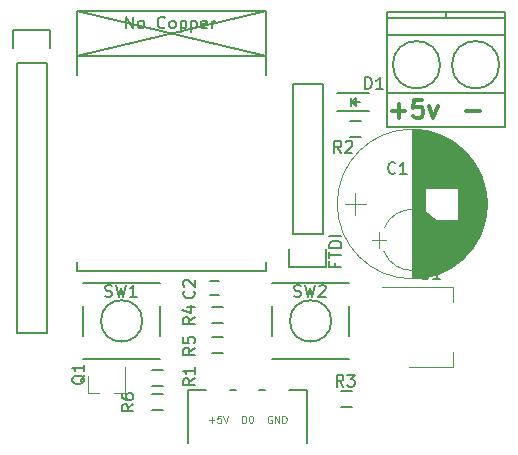
<source format=gto>
G04 #@! TF.FileFunction,Legend,Top*
%FSLAX46Y46*%
G04 Gerber Fmt 4.6, Leading zero omitted, Abs format (unit mm)*
G04 Created by KiCad (PCBNEW 4.0.7) date Tuesday, December 26, 2017 'AMt' 07:42:27 AM*
%MOMM*%
%LPD*%
G01*
G04 APERTURE LIST*
%ADD10C,0.100000*%
%ADD11C,0.300000*%
%ADD12C,0.120000*%
%ADD13C,0.150000*%
%ADD14C,0.152400*%
G04 APERTURE END LIST*
D10*
D11*
X42428572Y-9107143D02*
X43571429Y-9107143D01*
X36142858Y-9107143D02*
X37285715Y-9107143D01*
X36714286Y-9678571D02*
X36714286Y-8535714D01*
X38714287Y-8178571D02*
X38000001Y-8178571D01*
X37928572Y-8892857D01*
X38000001Y-8821429D01*
X38142858Y-8750000D01*
X38500001Y-8750000D01*
X38642858Y-8821429D01*
X38714287Y-8892857D01*
X38785715Y-9035714D01*
X38785715Y-9392857D01*
X38714287Y-9535714D01*
X38642858Y-9607143D01*
X38500001Y-9678571D01*
X38142858Y-9678571D01*
X38000001Y-9607143D01*
X37928572Y-9535714D01*
X39285715Y-8678571D02*
X39642858Y-9678571D01*
X40000000Y-8678571D01*
D12*
X44184000Y-16988000D02*
G75*
G03X44184000Y-16988000I-6340000J0D01*
G01*
X37844000Y-10688000D02*
X37844000Y-23288000D01*
X37884000Y-10688000D02*
X37884000Y-23288000D01*
X37924000Y-10688000D02*
X37924000Y-23288000D01*
X37964000Y-10689000D02*
X37964000Y-23287000D01*
X38004000Y-10690000D02*
X38004000Y-23286000D01*
X38044000Y-10691000D02*
X38044000Y-23285000D01*
X38084000Y-10692000D02*
X38084000Y-23284000D01*
X38124000Y-10694000D02*
X38124000Y-23282000D01*
X38164000Y-10696000D02*
X38164000Y-23280000D01*
X38204000Y-10698000D02*
X38204000Y-23278000D01*
X38244000Y-10700000D02*
X38244000Y-23276000D01*
X38284000Y-10703000D02*
X38284000Y-23273000D01*
X38324000Y-10706000D02*
X38324000Y-23270000D01*
X38364000Y-10709000D02*
X38364000Y-23267000D01*
X38404000Y-10712000D02*
X38404000Y-23264000D01*
X38444000Y-10716000D02*
X38444000Y-23260000D01*
X38484000Y-10720000D02*
X38484000Y-23256000D01*
X38524000Y-10724000D02*
X38524000Y-23252000D01*
X38565000Y-10729000D02*
X38565000Y-23247000D01*
X38605000Y-10733000D02*
X38605000Y-23243000D01*
X38645000Y-10738000D02*
X38645000Y-23238000D01*
X38685000Y-10743000D02*
X38685000Y-23233000D01*
X38725000Y-10749000D02*
X38725000Y-23227000D01*
X38765000Y-10755000D02*
X38765000Y-23221000D01*
X38805000Y-10761000D02*
X38805000Y-23215000D01*
X38845000Y-10767000D02*
X38845000Y-23209000D01*
X38885000Y-10773000D02*
X38885000Y-23203000D01*
X38925000Y-10780000D02*
X38925000Y-23196000D01*
X38965000Y-10787000D02*
X38965000Y-15608000D01*
X38965000Y-18368000D02*
X38965000Y-23189000D01*
X39005000Y-10795000D02*
X39005000Y-15608000D01*
X39005000Y-18368000D02*
X39005000Y-23181000D01*
X39045000Y-10802000D02*
X39045000Y-15608000D01*
X39045000Y-18368000D02*
X39045000Y-23174000D01*
X39085000Y-10810000D02*
X39085000Y-15608000D01*
X39085000Y-18368000D02*
X39085000Y-23166000D01*
X39125000Y-10818000D02*
X39125000Y-15608000D01*
X39125000Y-18368000D02*
X39125000Y-23158000D01*
X39165000Y-10826000D02*
X39165000Y-15608000D01*
X39165000Y-18368000D02*
X39165000Y-23150000D01*
X39205000Y-10835000D02*
X39205000Y-15608000D01*
X39205000Y-18368000D02*
X39205000Y-23141000D01*
X39245000Y-10844000D02*
X39245000Y-15608000D01*
X39245000Y-18368000D02*
X39245000Y-23132000D01*
X39285000Y-10853000D02*
X39285000Y-15608000D01*
X39285000Y-18368000D02*
X39285000Y-23123000D01*
X39325000Y-10863000D02*
X39325000Y-15608000D01*
X39325000Y-18368000D02*
X39325000Y-23113000D01*
X39365000Y-10872000D02*
X39365000Y-15608000D01*
X39365000Y-18368000D02*
X39365000Y-23104000D01*
X39405000Y-10882000D02*
X39405000Y-15608000D01*
X39405000Y-18368000D02*
X39405000Y-23094000D01*
X39445000Y-10893000D02*
X39445000Y-15608000D01*
X39445000Y-18368000D02*
X39445000Y-23083000D01*
X39485000Y-10903000D02*
X39485000Y-15608000D01*
X39485000Y-18368000D02*
X39485000Y-23073000D01*
X39525000Y-10914000D02*
X39525000Y-15608000D01*
X39525000Y-18368000D02*
X39525000Y-23062000D01*
X39565000Y-10925000D02*
X39565000Y-15608000D01*
X39565000Y-18368000D02*
X39565000Y-23051000D01*
X39605000Y-10937000D02*
X39605000Y-15608000D01*
X39605000Y-18368000D02*
X39605000Y-23039000D01*
X39645000Y-10948000D02*
X39645000Y-15608000D01*
X39645000Y-18368000D02*
X39645000Y-23028000D01*
X39685000Y-10960000D02*
X39685000Y-15608000D01*
X39685000Y-18368000D02*
X39685000Y-23016000D01*
X39725000Y-10973000D02*
X39725000Y-15608000D01*
X39725000Y-18368000D02*
X39725000Y-23003000D01*
X39765000Y-10985000D02*
X39765000Y-15608000D01*
X39765000Y-18368000D02*
X39765000Y-22991000D01*
X39805000Y-10998000D02*
X39805000Y-15608000D01*
X39805000Y-18368000D02*
X39805000Y-22978000D01*
X39845000Y-11011000D02*
X39845000Y-15608000D01*
X39845000Y-18368000D02*
X39845000Y-22965000D01*
X39885000Y-11025000D02*
X39885000Y-15608000D01*
X39885000Y-18368000D02*
X39885000Y-22951000D01*
X39925000Y-11038000D02*
X39925000Y-15608000D01*
X39925000Y-18368000D02*
X39925000Y-22938000D01*
X39965000Y-11052000D02*
X39965000Y-15608000D01*
X39965000Y-18368000D02*
X39965000Y-22924000D01*
X40005000Y-11067000D02*
X40005000Y-15608000D01*
X40005000Y-18368000D02*
X40005000Y-22909000D01*
X40045000Y-11081000D02*
X40045000Y-15608000D01*
X40045000Y-18368000D02*
X40045000Y-22895000D01*
X40085000Y-11096000D02*
X40085000Y-15608000D01*
X40085000Y-18368000D02*
X40085000Y-22880000D01*
X40125000Y-11112000D02*
X40125000Y-15608000D01*
X40125000Y-18368000D02*
X40125000Y-22864000D01*
X40165000Y-11127000D02*
X40165000Y-15608000D01*
X40165000Y-18368000D02*
X40165000Y-22849000D01*
X40205000Y-11143000D02*
X40205000Y-15608000D01*
X40205000Y-18368000D02*
X40205000Y-22833000D01*
X40245000Y-11159000D02*
X40245000Y-15608000D01*
X40245000Y-18368000D02*
X40245000Y-22817000D01*
X40285000Y-11176000D02*
X40285000Y-15608000D01*
X40285000Y-18368000D02*
X40285000Y-22800000D01*
X40325000Y-11193000D02*
X40325000Y-15608000D01*
X40325000Y-18368000D02*
X40325000Y-22783000D01*
X40365000Y-11210000D02*
X40365000Y-15608000D01*
X40365000Y-18368000D02*
X40365000Y-22766000D01*
X40405000Y-11227000D02*
X40405000Y-15608000D01*
X40405000Y-18368000D02*
X40405000Y-22749000D01*
X40445000Y-11245000D02*
X40445000Y-15608000D01*
X40445000Y-18368000D02*
X40445000Y-22731000D01*
X40485000Y-11263000D02*
X40485000Y-15608000D01*
X40485000Y-18368000D02*
X40485000Y-22713000D01*
X40525000Y-11282000D02*
X40525000Y-15608000D01*
X40525000Y-18368000D02*
X40525000Y-22694000D01*
X40565000Y-11301000D02*
X40565000Y-15608000D01*
X40565000Y-18368000D02*
X40565000Y-22675000D01*
X40605000Y-11320000D02*
X40605000Y-15608000D01*
X40605000Y-18368000D02*
X40605000Y-22656000D01*
X40645000Y-11339000D02*
X40645000Y-15608000D01*
X40645000Y-18368000D02*
X40645000Y-22637000D01*
X40685000Y-11359000D02*
X40685000Y-15608000D01*
X40685000Y-18368000D02*
X40685000Y-22617000D01*
X40725000Y-11379000D02*
X40725000Y-15608000D01*
X40725000Y-18368000D02*
X40725000Y-22597000D01*
X40765000Y-11400000D02*
X40765000Y-15608000D01*
X40765000Y-18368000D02*
X40765000Y-22576000D01*
X40805000Y-11421000D02*
X40805000Y-15608000D01*
X40805000Y-18368000D02*
X40805000Y-22555000D01*
X40845000Y-11442000D02*
X40845000Y-15608000D01*
X40845000Y-18368000D02*
X40845000Y-22534000D01*
X40885000Y-11464000D02*
X40885000Y-15608000D01*
X40885000Y-18368000D02*
X40885000Y-22512000D01*
X40925000Y-11486000D02*
X40925000Y-15608000D01*
X40925000Y-18368000D02*
X40925000Y-22490000D01*
X40965000Y-11508000D02*
X40965000Y-15608000D01*
X40965000Y-18368000D02*
X40965000Y-22468000D01*
X41005000Y-11531000D02*
X41005000Y-15608000D01*
X41005000Y-18368000D02*
X41005000Y-22445000D01*
X41045000Y-11554000D02*
X41045000Y-15608000D01*
X41045000Y-18368000D02*
X41045000Y-22422000D01*
X41085000Y-11578000D02*
X41085000Y-15608000D01*
X41085000Y-18368000D02*
X41085000Y-22398000D01*
X41125000Y-11602000D02*
X41125000Y-15608000D01*
X41125000Y-18368000D02*
X41125000Y-22374000D01*
X41165000Y-11626000D02*
X41165000Y-15608000D01*
X41165000Y-18368000D02*
X41165000Y-22350000D01*
X41205000Y-11651000D02*
X41205000Y-15608000D01*
X41205000Y-18368000D02*
X41205000Y-22325000D01*
X41245000Y-11676000D02*
X41245000Y-15608000D01*
X41245000Y-18368000D02*
X41245000Y-22300000D01*
X41285000Y-11702000D02*
X41285000Y-15608000D01*
X41285000Y-18368000D02*
X41285000Y-22274000D01*
X41325000Y-11728000D02*
X41325000Y-15608000D01*
X41325000Y-18368000D02*
X41325000Y-22248000D01*
X41365000Y-11754000D02*
X41365000Y-15608000D01*
X41365000Y-18368000D02*
X41365000Y-22222000D01*
X41405000Y-11781000D02*
X41405000Y-15608000D01*
X41405000Y-18368000D02*
X41405000Y-22195000D01*
X41445000Y-11809000D02*
X41445000Y-15608000D01*
X41445000Y-18368000D02*
X41445000Y-22167000D01*
X41485000Y-11837000D02*
X41485000Y-15608000D01*
X41485000Y-18368000D02*
X41485000Y-22139000D01*
X41525000Y-11865000D02*
X41525000Y-15608000D01*
X41525000Y-18368000D02*
X41525000Y-22111000D01*
X41565000Y-11894000D02*
X41565000Y-15608000D01*
X41565000Y-18368000D02*
X41565000Y-22082000D01*
X41605000Y-11923000D02*
X41605000Y-15608000D01*
X41605000Y-18368000D02*
X41605000Y-22053000D01*
X41645000Y-11953000D02*
X41645000Y-15608000D01*
X41645000Y-18368000D02*
X41645000Y-22023000D01*
X41685000Y-11983000D02*
X41685000Y-15608000D01*
X41685000Y-18368000D02*
X41685000Y-21993000D01*
X41725000Y-12013000D02*
X41725000Y-21963000D01*
X41765000Y-12045000D02*
X41765000Y-21931000D01*
X41805000Y-12076000D02*
X41805000Y-21900000D01*
X41845000Y-12109000D02*
X41845000Y-21867000D01*
X41885000Y-12141000D02*
X41885000Y-21835000D01*
X41925000Y-12175000D02*
X41925000Y-21801000D01*
X41965000Y-12209000D02*
X41965000Y-21767000D01*
X42005000Y-12243000D02*
X42005000Y-21733000D01*
X42045000Y-12278000D02*
X42045000Y-21698000D01*
X42085000Y-12314000D02*
X42085000Y-21662000D01*
X42125000Y-12350000D02*
X42125000Y-21626000D01*
X42165000Y-12387000D02*
X42165000Y-21589000D01*
X42205000Y-12425000D02*
X42205000Y-21551000D01*
X42245000Y-12463000D02*
X42245000Y-21513000D01*
X42285000Y-12502000D02*
X42285000Y-21474000D01*
X42325000Y-12541000D02*
X42325000Y-21435000D01*
X42365000Y-12582000D02*
X42365000Y-21394000D01*
X42405000Y-12623000D02*
X42405000Y-21353000D01*
X42445000Y-12665000D02*
X42445000Y-21311000D01*
X42485000Y-12707000D02*
X42485000Y-21269000D01*
X42525000Y-12750000D02*
X42525000Y-21226000D01*
X42565000Y-12795000D02*
X42565000Y-21181000D01*
X42605000Y-12840000D02*
X42605000Y-21136000D01*
X42645000Y-12886000D02*
X42645000Y-21090000D01*
X42685000Y-12932000D02*
X42685000Y-21044000D01*
X42725000Y-12980000D02*
X42725000Y-20996000D01*
X42765000Y-13029000D02*
X42765000Y-20947000D01*
X42805000Y-13079000D02*
X42805000Y-20897000D01*
X42845000Y-13129000D02*
X42845000Y-20847000D01*
X42885000Y-13181000D02*
X42885000Y-20795000D01*
X42925000Y-13234000D02*
X42925000Y-20742000D01*
X42965000Y-13288000D02*
X42965000Y-20688000D01*
X43005000Y-13344000D02*
X43005000Y-20632000D01*
X43045000Y-13400000D02*
X43045000Y-20576000D01*
X43085000Y-13458000D02*
X43085000Y-20518000D01*
X43125000Y-13518000D02*
X43125000Y-20458000D01*
X43165000Y-13579000D02*
X43165000Y-20397000D01*
X43205000Y-13641000D02*
X43205000Y-20335000D01*
X43245000Y-13706000D02*
X43245000Y-20270000D01*
X43285000Y-13771000D02*
X43285000Y-20205000D01*
X43325000Y-13839000D02*
X43325000Y-20137000D01*
X43365000Y-13909000D02*
X43365000Y-20067000D01*
X43405000Y-13981000D02*
X43405000Y-19995000D01*
X43445000Y-14055000D02*
X43445000Y-19921000D01*
X43485000Y-14132000D02*
X43485000Y-19844000D01*
X43525000Y-14211000D02*
X43525000Y-19765000D01*
X43565000Y-14293000D02*
X43565000Y-19683000D01*
X43605000Y-14378000D02*
X43605000Y-19598000D01*
X43645000Y-14467000D02*
X43645000Y-19509000D01*
X43685000Y-14560000D02*
X43685000Y-19416000D01*
X43725000Y-14657000D02*
X43725000Y-19319000D01*
X43765000Y-14758000D02*
X43765000Y-19218000D01*
X43805000Y-14866000D02*
X43805000Y-19110000D01*
X43845000Y-14979000D02*
X43845000Y-18997000D01*
X43885000Y-15100000D02*
X43885000Y-18876000D01*
X43925000Y-15231000D02*
X43925000Y-18745000D01*
X43965000Y-15372000D02*
X43965000Y-18604000D01*
X44005000Y-15528000D02*
X44005000Y-18448000D01*
X44045000Y-15703000D02*
X44045000Y-18273000D01*
X44085000Y-15906000D02*
X44085000Y-18070000D01*
X44125000Y-16157000D02*
X44125000Y-17819000D01*
X44165000Y-16524000D02*
X44165000Y-17452000D01*
X32144000Y-16988000D02*
X33944000Y-16988000D01*
X33044000Y-16088000D02*
X33044000Y-17888000D01*
D13*
X20770000Y-23500000D02*
X21470000Y-23500000D01*
X21470000Y-24700000D02*
X20770000Y-24700000D01*
D12*
X40260863Y-19054600D02*
G75*
G03X35466564Y-19056000I-2396863J-981400D01*
G01*
X40260863Y-21017400D02*
G75*
G02X35466564Y-21016000I-2396863J981400D01*
G01*
X40260863Y-21017400D02*
G75*
G03X40261436Y-19056000I-2396863J981400D01*
G01*
X37864000Y-17486000D02*
X37864000Y-22586000D01*
X37904000Y-17486000D02*
X37904000Y-22586000D01*
X37944000Y-17487000D02*
X37944000Y-22585000D01*
X37984000Y-17488000D02*
X37984000Y-22584000D01*
X38024000Y-17490000D02*
X38024000Y-22582000D01*
X38064000Y-17493000D02*
X38064000Y-22579000D01*
X38104000Y-17497000D02*
X38104000Y-22575000D01*
X38144000Y-17501000D02*
X38144000Y-19056000D01*
X38144000Y-21016000D02*
X38144000Y-22571000D01*
X38184000Y-17505000D02*
X38184000Y-19056000D01*
X38184000Y-21016000D02*
X38184000Y-22567000D01*
X38224000Y-17511000D02*
X38224000Y-19056000D01*
X38224000Y-21016000D02*
X38224000Y-22561000D01*
X38264000Y-17517000D02*
X38264000Y-19056000D01*
X38264000Y-21016000D02*
X38264000Y-22555000D01*
X38304000Y-17523000D02*
X38304000Y-19056000D01*
X38304000Y-21016000D02*
X38304000Y-22549000D01*
X38344000Y-17530000D02*
X38344000Y-19056000D01*
X38344000Y-21016000D02*
X38344000Y-22542000D01*
X38384000Y-17538000D02*
X38384000Y-19056000D01*
X38384000Y-21016000D02*
X38384000Y-22534000D01*
X38424000Y-17547000D02*
X38424000Y-19056000D01*
X38424000Y-21016000D02*
X38424000Y-22525000D01*
X38464000Y-17556000D02*
X38464000Y-19056000D01*
X38464000Y-21016000D02*
X38464000Y-22516000D01*
X38504000Y-17566000D02*
X38504000Y-19056000D01*
X38504000Y-21016000D02*
X38504000Y-22506000D01*
X38544000Y-17576000D02*
X38544000Y-19056000D01*
X38544000Y-21016000D02*
X38544000Y-22496000D01*
X38585000Y-17588000D02*
X38585000Y-19056000D01*
X38585000Y-21016000D02*
X38585000Y-22484000D01*
X38625000Y-17600000D02*
X38625000Y-19056000D01*
X38625000Y-21016000D02*
X38625000Y-22472000D01*
X38665000Y-17612000D02*
X38665000Y-19056000D01*
X38665000Y-21016000D02*
X38665000Y-22460000D01*
X38705000Y-17626000D02*
X38705000Y-19056000D01*
X38705000Y-21016000D02*
X38705000Y-22446000D01*
X38745000Y-17640000D02*
X38745000Y-19056000D01*
X38745000Y-21016000D02*
X38745000Y-22432000D01*
X38785000Y-17654000D02*
X38785000Y-19056000D01*
X38785000Y-21016000D02*
X38785000Y-22418000D01*
X38825000Y-17670000D02*
X38825000Y-19056000D01*
X38825000Y-21016000D02*
X38825000Y-22402000D01*
X38865000Y-17686000D02*
X38865000Y-19056000D01*
X38865000Y-21016000D02*
X38865000Y-22386000D01*
X38905000Y-17703000D02*
X38905000Y-19056000D01*
X38905000Y-21016000D02*
X38905000Y-22369000D01*
X38945000Y-17721000D02*
X38945000Y-19056000D01*
X38945000Y-21016000D02*
X38945000Y-22351000D01*
X38985000Y-17740000D02*
X38985000Y-19056000D01*
X38985000Y-21016000D02*
X38985000Y-22332000D01*
X39025000Y-17760000D02*
X39025000Y-19056000D01*
X39025000Y-21016000D02*
X39025000Y-22312000D01*
X39065000Y-17780000D02*
X39065000Y-19056000D01*
X39065000Y-21016000D02*
X39065000Y-22292000D01*
X39105000Y-17802000D02*
X39105000Y-19056000D01*
X39105000Y-21016000D02*
X39105000Y-22270000D01*
X39145000Y-17824000D02*
X39145000Y-19056000D01*
X39145000Y-21016000D02*
X39145000Y-22248000D01*
X39185000Y-17847000D02*
X39185000Y-19056000D01*
X39185000Y-21016000D02*
X39185000Y-22225000D01*
X39225000Y-17871000D02*
X39225000Y-19056000D01*
X39225000Y-21016000D02*
X39225000Y-22201000D01*
X39265000Y-17896000D02*
X39265000Y-19056000D01*
X39265000Y-21016000D02*
X39265000Y-22176000D01*
X39305000Y-17923000D02*
X39305000Y-19056000D01*
X39305000Y-21016000D02*
X39305000Y-22149000D01*
X39345000Y-17950000D02*
X39345000Y-19056000D01*
X39345000Y-21016000D02*
X39345000Y-22122000D01*
X39385000Y-17978000D02*
X39385000Y-19056000D01*
X39385000Y-21016000D02*
X39385000Y-22094000D01*
X39425000Y-18008000D02*
X39425000Y-19056000D01*
X39425000Y-21016000D02*
X39425000Y-22064000D01*
X39465000Y-18039000D02*
X39465000Y-19056000D01*
X39465000Y-21016000D02*
X39465000Y-22033000D01*
X39505000Y-18071000D02*
X39505000Y-19056000D01*
X39505000Y-21016000D02*
X39505000Y-22001000D01*
X39545000Y-18104000D02*
X39545000Y-19056000D01*
X39545000Y-21016000D02*
X39545000Y-21968000D01*
X39585000Y-18139000D02*
X39585000Y-19056000D01*
X39585000Y-21016000D02*
X39585000Y-21933000D01*
X39625000Y-18175000D02*
X39625000Y-19056000D01*
X39625000Y-21016000D02*
X39625000Y-21897000D01*
X39665000Y-18213000D02*
X39665000Y-19056000D01*
X39665000Y-21016000D02*
X39665000Y-21859000D01*
X39705000Y-18253000D02*
X39705000Y-19056000D01*
X39705000Y-21016000D02*
X39705000Y-21819000D01*
X39745000Y-18294000D02*
X39745000Y-19056000D01*
X39745000Y-21016000D02*
X39745000Y-21778000D01*
X39785000Y-18337000D02*
X39785000Y-19056000D01*
X39785000Y-21016000D02*
X39785000Y-21735000D01*
X39825000Y-18382000D02*
X39825000Y-19056000D01*
X39825000Y-21016000D02*
X39825000Y-21690000D01*
X39865000Y-18430000D02*
X39865000Y-19056000D01*
X39865000Y-21016000D02*
X39865000Y-21642000D01*
X39905000Y-18480000D02*
X39905000Y-19056000D01*
X39905000Y-21016000D02*
X39905000Y-21592000D01*
X39945000Y-18532000D02*
X39945000Y-19056000D01*
X39945000Y-21016000D02*
X39945000Y-21540000D01*
X39985000Y-18588000D02*
X39985000Y-19056000D01*
X39985000Y-21016000D02*
X39985000Y-21484000D01*
X40025000Y-18646000D02*
X40025000Y-19056000D01*
X40025000Y-21016000D02*
X40025000Y-21426000D01*
X40065000Y-18709000D02*
X40065000Y-19056000D01*
X40065000Y-21016000D02*
X40065000Y-21363000D01*
X40105000Y-18775000D02*
X40105000Y-21297000D01*
X40145000Y-18847000D02*
X40145000Y-21225000D01*
X40185000Y-18924000D02*
X40185000Y-21148000D01*
X40225000Y-19008000D02*
X40225000Y-21064000D01*
X40265000Y-19102000D02*
X40265000Y-20970000D01*
X40305000Y-19207000D02*
X40305000Y-20865000D01*
X40345000Y-19329000D02*
X40345000Y-20743000D01*
X40385000Y-19477000D02*
X40385000Y-20595000D01*
X40425000Y-19682000D02*
X40425000Y-20390000D01*
X34414000Y-20036000D02*
X35614000Y-20036000D01*
X35014000Y-19386000D02*
X35014000Y-20686000D01*
D13*
X31458000Y-9102000D02*
X34158000Y-9102000D01*
X31458000Y-7602000D02*
X34158000Y-7602000D01*
X32958000Y-8502000D02*
X32958000Y-8252000D01*
X32958000Y-8252000D02*
X32808000Y-8402000D01*
X32708000Y-8002000D02*
X32708000Y-8702000D01*
X33058000Y-8352000D02*
X33408000Y-8352000D01*
X32708000Y-8352000D02*
X33058000Y-8002000D01*
X33058000Y-8002000D02*
X33058000Y-8702000D01*
X33058000Y-8702000D02*
X32708000Y-8352000D01*
X40718000Y-1204000D02*
X40718000Y-704000D01*
X40218000Y-5204000D02*
G75*
G03X40218000Y-5204000I-2000000J0D01*
G01*
X45218000Y-5204000D02*
G75*
G03X45218000Y-5204000I-2000000J0D01*
G01*
X45718000Y-2704000D02*
X35718000Y-2704000D01*
X45718000Y-7604000D02*
X35718000Y-7604000D01*
X45718000Y-1204000D02*
X35718000Y-1204000D01*
X45718000Y-704000D02*
X35718000Y-704000D01*
X35718000Y-704000D02*
X35718000Y-10504000D01*
X35718000Y-10504000D02*
X45718000Y-10504000D01*
X45718000Y-10504000D02*
X45718000Y-704000D01*
X18914000Y-32752000D02*
X20414000Y-32752000D01*
X18914000Y-32752000D02*
X18914000Y-37252000D01*
X20414000Y-32752000D02*
X18914000Y-32752000D01*
X28914000Y-32752000D02*
X28914000Y-37252000D01*
X28914000Y-35752000D02*
X28914000Y-32752000D01*
X28914000Y-32752000D02*
X27414000Y-32752000D01*
X24914000Y-32752000D02*
X25414000Y-32752000D01*
X22914000Y-32752000D02*
X22414000Y-32752000D01*
X27724000Y-19528000D02*
X27724000Y-6828000D01*
X27724000Y-6828000D02*
X30264000Y-6828000D01*
X30264000Y-6828000D02*
X30264000Y-19528000D01*
X27444000Y-22348000D02*
X27444000Y-20798000D01*
X27724000Y-19528000D02*
X30264000Y-19528000D01*
X30544000Y-20798000D02*
X30544000Y-22348000D01*
X30544000Y-22348000D02*
X27444000Y-22348000D01*
X6896000Y-5050000D02*
X6896000Y-27910000D01*
X6896000Y-27910000D02*
X4356000Y-27910000D01*
X4356000Y-27910000D02*
X4356000Y-5050000D01*
X7176000Y-2230000D02*
X7176000Y-3780000D01*
X6896000Y-5050000D02*
X4356000Y-5050000D01*
X4076000Y-3780000D02*
X4076000Y-2230000D01*
X4076000Y-2230000D02*
X7176000Y-2230000D01*
D12*
X10396000Y-32988000D02*
X11326000Y-32988000D01*
X13556000Y-32988000D02*
X12626000Y-32988000D01*
X13556000Y-32988000D02*
X13556000Y-30828000D01*
X10396000Y-32988000D02*
X10396000Y-31528000D01*
D13*
X16794000Y-32395000D02*
X15794000Y-32395000D01*
X15794000Y-31045000D02*
X16794000Y-31045000D01*
X32558000Y-9963000D02*
X33558000Y-9963000D01*
X33558000Y-11313000D02*
X32558000Y-11313000D01*
X32796000Y-34173000D02*
X31796000Y-34173000D01*
X31796000Y-32823000D02*
X32796000Y-32823000D01*
X21874000Y-27061000D02*
X20874000Y-27061000D01*
X20874000Y-25711000D02*
X21874000Y-25711000D01*
X21874000Y-29601000D02*
X20874000Y-29601000D01*
X20874000Y-28251000D02*
X21874000Y-28251000D01*
X16794000Y-34427000D02*
X15794000Y-34427000D01*
X15794000Y-33077000D02*
X16794000Y-33077000D01*
X14996714Y-26894000D02*
G75*
G03X14996714Y-26894000I-1750714J0D01*
G01*
X10021000Y-30119000D02*
X10021000Y-30094000D01*
X10021000Y-23669000D02*
X10021000Y-23694000D01*
X16471000Y-23669000D02*
X16471000Y-23694000D01*
X16471000Y-30094000D02*
X16471000Y-30119000D01*
X10021000Y-28194000D02*
X10021000Y-25594000D01*
X16471000Y-30119000D02*
X10021000Y-30119000D01*
X16471000Y-28194000D02*
X16471000Y-25594000D01*
X16471000Y-23669000D02*
X10021000Y-23669000D01*
X30998714Y-26894000D02*
G75*
G03X30998714Y-26894000I-1750714J0D01*
G01*
X26023000Y-30119000D02*
X26023000Y-30094000D01*
X26023000Y-23669000D02*
X26023000Y-23694000D01*
X32473000Y-23669000D02*
X32473000Y-23694000D01*
X32473000Y-30094000D02*
X32473000Y-30119000D01*
X26023000Y-28194000D02*
X26023000Y-25594000D01*
X32473000Y-30119000D02*
X26023000Y-30119000D01*
X32473000Y-28194000D02*
X32473000Y-25594000D01*
X32473000Y-23669000D02*
X26023000Y-23669000D01*
D12*
X41318000Y-30812000D02*
X41318000Y-29552000D01*
X41318000Y-23992000D02*
X41318000Y-25252000D01*
X37558000Y-30812000D02*
X41318000Y-30812000D01*
X35308000Y-23992000D02*
X41318000Y-23992000D01*
D14*
X9452000Y-682000D02*
X25452000Y-682000D01*
X25452000Y-682000D02*
X25452000Y-6082000D01*
X9452000Y-682000D02*
X9452000Y-6082000D01*
X9452000Y-21882000D02*
X9452000Y-22682000D01*
X9452000Y-22682000D02*
X25452000Y-22682000D01*
X25452000Y-22682000D02*
X25452000Y-21882000D01*
X25452000Y-682000D02*
X9452000Y-4482000D01*
X9452000Y-682000D02*
X25452000Y-4482000D01*
X9444000Y-4482000D02*
X25444000Y-4482000D01*
D13*
X36433334Y-14357143D02*
X36385715Y-14404762D01*
X36242858Y-14452381D01*
X36147620Y-14452381D01*
X36004762Y-14404762D01*
X35909524Y-14309524D01*
X35861905Y-14214286D01*
X35814286Y-14023810D01*
X35814286Y-13880952D01*
X35861905Y-13690476D01*
X35909524Y-13595238D01*
X36004762Y-13500000D01*
X36147620Y-13452381D01*
X36242858Y-13452381D01*
X36385715Y-13500000D01*
X36433334Y-13547619D01*
X37385715Y-14452381D02*
X36814286Y-14452381D01*
X37100000Y-14452381D02*
X37100000Y-13452381D01*
X37004762Y-13595238D01*
X36909524Y-13690476D01*
X36814286Y-13738095D01*
X19357143Y-24366666D02*
X19404762Y-24414285D01*
X19452381Y-24557142D01*
X19452381Y-24652380D01*
X19404762Y-24795238D01*
X19309524Y-24890476D01*
X19214286Y-24938095D01*
X19023810Y-24985714D01*
X18880952Y-24985714D01*
X18690476Y-24938095D01*
X18595238Y-24890476D01*
X18500000Y-24795238D01*
X18452381Y-24652380D01*
X18452381Y-24557142D01*
X18500000Y-24414285D01*
X18547619Y-24366666D01*
X18547619Y-23985714D02*
X18500000Y-23938095D01*
X18452381Y-23842857D01*
X18452381Y-23604761D01*
X18500000Y-23509523D01*
X18547619Y-23461904D01*
X18642857Y-23414285D01*
X18738095Y-23414285D01*
X18880952Y-23461904D01*
X19452381Y-24033333D01*
X19452381Y-23414285D01*
X33861905Y-7252381D02*
X33861905Y-6252381D01*
X34100000Y-6252381D01*
X34242858Y-6300000D01*
X34338096Y-6395238D01*
X34385715Y-6490476D01*
X34433334Y-6680952D01*
X34433334Y-6823810D01*
X34385715Y-7014286D01*
X34338096Y-7109524D01*
X34242858Y-7204762D01*
X34100000Y-7252381D01*
X33861905Y-7252381D01*
X35385715Y-7252381D02*
X34814286Y-7252381D01*
X35100000Y-7252381D02*
X35100000Y-6252381D01*
X35004762Y-6395238D01*
X34909524Y-6490476D01*
X34814286Y-6538095D01*
D12*
X25956858Y-34952000D02*
X25899715Y-34923429D01*
X25814001Y-34923429D01*
X25728286Y-34952000D01*
X25671144Y-35009143D01*
X25642572Y-35066286D01*
X25614001Y-35180571D01*
X25614001Y-35266286D01*
X25642572Y-35380571D01*
X25671144Y-35437714D01*
X25728286Y-35494857D01*
X25814001Y-35523429D01*
X25871144Y-35523429D01*
X25956858Y-35494857D01*
X25985429Y-35466286D01*
X25985429Y-35266286D01*
X25871144Y-35266286D01*
X26242572Y-35523429D02*
X26242572Y-34923429D01*
X26585429Y-35523429D01*
X26585429Y-34923429D01*
X26871143Y-35523429D02*
X26871143Y-34923429D01*
X27014000Y-34923429D01*
X27099715Y-34952000D01*
X27156857Y-35009143D01*
X27185429Y-35066286D01*
X27214000Y-35180571D01*
X27214000Y-35266286D01*
X27185429Y-35380571D01*
X27156857Y-35437714D01*
X27099715Y-35494857D01*
X27014000Y-35523429D01*
X26871143Y-35523429D01*
X23471143Y-35523429D02*
X23471143Y-34923429D01*
X23614000Y-34923429D01*
X23699715Y-34952000D01*
X23756857Y-35009143D01*
X23785429Y-35066286D01*
X23814000Y-35180571D01*
X23814000Y-35266286D01*
X23785429Y-35380571D01*
X23756857Y-35437714D01*
X23699715Y-35494857D01*
X23614000Y-35523429D01*
X23471143Y-35523429D01*
X24185429Y-34923429D02*
X24242572Y-34923429D01*
X24299715Y-34952000D01*
X24328286Y-34980571D01*
X24356857Y-35037714D01*
X24385429Y-35152000D01*
X24385429Y-35294857D01*
X24356857Y-35409143D01*
X24328286Y-35466286D01*
X24299715Y-35494857D01*
X24242572Y-35523429D01*
X24185429Y-35523429D01*
X24128286Y-35494857D01*
X24099715Y-35466286D01*
X24071143Y-35409143D01*
X24042572Y-35294857D01*
X24042572Y-35152000D01*
X24071143Y-35037714D01*
X24099715Y-34980571D01*
X24128286Y-34952000D01*
X24185429Y-34923429D01*
X20642571Y-35294857D02*
X21099714Y-35294857D01*
X20871143Y-35523429D02*
X20871143Y-35066286D01*
X21671142Y-34923429D02*
X21385428Y-34923429D01*
X21356857Y-35209143D01*
X21385428Y-35180571D01*
X21442571Y-35152000D01*
X21585428Y-35152000D01*
X21642571Y-35180571D01*
X21671142Y-35209143D01*
X21699714Y-35266286D01*
X21699714Y-35409143D01*
X21671142Y-35466286D01*
X21642571Y-35494857D01*
X21585428Y-35523429D01*
X21442571Y-35523429D01*
X21385428Y-35494857D01*
X21356857Y-35466286D01*
X21871143Y-34923429D02*
X22071143Y-35523429D01*
X22271143Y-34923429D01*
D13*
X31328571Y-21976190D02*
X31328571Y-22309524D01*
X31852381Y-22309524D02*
X30852381Y-22309524D01*
X30852381Y-21833333D01*
X30852381Y-21595238D02*
X30852381Y-21023809D01*
X31852381Y-21309524D02*
X30852381Y-21309524D01*
X31852381Y-20690476D02*
X30852381Y-20690476D01*
X30852381Y-20452381D01*
X30900000Y-20309523D01*
X30995238Y-20214285D01*
X31090476Y-20166666D01*
X31280952Y-20119047D01*
X31423810Y-20119047D01*
X31614286Y-20166666D01*
X31709524Y-20214285D01*
X31804762Y-20309523D01*
X31852381Y-20452381D01*
X31852381Y-20690476D01*
X31852381Y-19690476D02*
X30852381Y-19690476D01*
X10147619Y-31495238D02*
X10100000Y-31590476D01*
X10004762Y-31685714D01*
X9861905Y-31828571D01*
X9814286Y-31923810D01*
X9814286Y-32019048D01*
X10052381Y-31971429D02*
X10004762Y-32066667D01*
X9909524Y-32161905D01*
X9719048Y-32209524D01*
X9385714Y-32209524D01*
X9195238Y-32161905D01*
X9100000Y-32066667D01*
X9052381Y-31971429D01*
X9052381Y-31780952D01*
X9100000Y-31685714D01*
X9195238Y-31590476D01*
X9385714Y-31542857D01*
X9719048Y-31542857D01*
X9909524Y-31590476D01*
X10004762Y-31685714D01*
X10052381Y-31780952D01*
X10052381Y-31971429D01*
X10052381Y-30590476D02*
X10052381Y-31161905D01*
X10052381Y-30876191D02*
X9052381Y-30876191D01*
X9195238Y-30971429D01*
X9290476Y-31066667D01*
X9338095Y-31161905D01*
X19452381Y-31766666D02*
X18976190Y-32100000D01*
X19452381Y-32338095D02*
X18452381Y-32338095D01*
X18452381Y-31957142D01*
X18500000Y-31861904D01*
X18547619Y-31814285D01*
X18642857Y-31766666D01*
X18785714Y-31766666D01*
X18880952Y-31814285D01*
X18928571Y-31861904D01*
X18976190Y-31957142D01*
X18976190Y-32338095D01*
X19452381Y-30814285D02*
X19452381Y-31385714D01*
X19452381Y-31100000D02*
X18452381Y-31100000D01*
X18595238Y-31195238D01*
X18690476Y-31290476D01*
X18738095Y-31385714D01*
X31833334Y-12652381D02*
X31500000Y-12176190D01*
X31261905Y-12652381D02*
X31261905Y-11652381D01*
X31642858Y-11652381D01*
X31738096Y-11700000D01*
X31785715Y-11747619D01*
X31833334Y-11842857D01*
X31833334Y-11985714D01*
X31785715Y-12080952D01*
X31738096Y-12128571D01*
X31642858Y-12176190D01*
X31261905Y-12176190D01*
X32214286Y-11747619D02*
X32261905Y-11700000D01*
X32357143Y-11652381D01*
X32595239Y-11652381D01*
X32690477Y-11700000D01*
X32738096Y-11747619D01*
X32785715Y-11842857D01*
X32785715Y-11938095D01*
X32738096Y-12080952D01*
X32166667Y-12652381D01*
X32785715Y-12652381D01*
X32033334Y-32452381D02*
X31700000Y-31976190D01*
X31461905Y-32452381D02*
X31461905Y-31452381D01*
X31842858Y-31452381D01*
X31938096Y-31500000D01*
X31985715Y-31547619D01*
X32033334Y-31642857D01*
X32033334Y-31785714D01*
X31985715Y-31880952D01*
X31938096Y-31928571D01*
X31842858Y-31976190D01*
X31461905Y-31976190D01*
X32366667Y-31452381D02*
X32985715Y-31452381D01*
X32652381Y-31833333D01*
X32795239Y-31833333D01*
X32890477Y-31880952D01*
X32938096Y-31928571D01*
X32985715Y-32023810D01*
X32985715Y-32261905D01*
X32938096Y-32357143D01*
X32890477Y-32404762D01*
X32795239Y-32452381D01*
X32509524Y-32452381D01*
X32414286Y-32404762D01*
X32366667Y-32357143D01*
X19452381Y-26566666D02*
X18976190Y-26900000D01*
X19452381Y-27138095D02*
X18452381Y-27138095D01*
X18452381Y-26757142D01*
X18500000Y-26661904D01*
X18547619Y-26614285D01*
X18642857Y-26566666D01*
X18785714Y-26566666D01*
X18880952Y-26614285D01*
X18928571Y-26661904D01*
X18976190Y-26757142D01*
X18976190Y-27138095D01*
X18785714Y-25709523D02*
X19452381Y-25709523D01*
X18404762Y-25947619D02*
X19119048Y-26185714D01*
X19119048Y-25566666D01*
X19452381Y-29166666D02*
X18976190Y-29500000D01*
X19452381Y-29738095D02*
X18452381Y-29738095D01*
X18452381Y-29357142D01*
X18500000Y-29261904D01*
X18547619Y-29214285D01*
X18642857Y-29166666D01*
X18785714Y-29166666D01*
X18880952Y-29214285D01*
X18928571Y-29261904D01*
X18976190Y-29357142D01*
X18976190Y-29738095D01*
X18452381Y-28261904D02*
X18452381Y-28738095D01*
X18928571Y-28785714D01*
X18880952Y-28738095D01*
X18833333Y-28642857D01*
X18833333Y-28404761D01*
X18880952Y-28309523D01*
X18928571Y-28261904D01*
X19023810Y-28214285D01*
X19261905Y-28214285D01*
X19357143Y-28261904D01*
X19404762Y-28309523D01*
X19452381Y-28404761D01*
X19452381Y-28642857D01*
X19404762Y-28738095D01*
X19357143Y-28785714D01*
X14252381Y-33966666D02*
X13776190Y-34300000D01*
X14252381Y-34538095D02*
X13252381Y-34538095D01*
X13252381Y-34157142D01*
X13300000Y-34061904D01*
X13347619Y-34014285D01*
X13442857Y-33966666D01*
X13585714Y-33966666D01*
X13680952Y-34014285D01*
X13728571Y-34061904D01*
X13776190Y-34157142D01*
X13776190Y-34538095D01*
X13252381Y-33109523D02*
X13252381Y-33300000D01*
X13300000Y-33395238D01*
X13347619Y-33442857D01*
X13490476Y-33538095D01*
X13680952Y-33585714D01*
X14061905Y-33585714D01*
X14157143Y-33538095D01*
X14204762Y-33490476D01*
X14252381Y-33395238D01*
X14252381Y-33204761D01*
X14204762Y-33109523D01*
X14157143Y-33061904D01*
X14061905Y-33014285D01*
X13823810Y-33014285D01*
X13728571Y-33061904D01*
X13680952Y-33109523D01*
X13633333Y-33204761D01*
X13633333Y-33395238D01*
X13680952Y-33490476D01*
X13728571Y-33538095D01*
X13823810Y-33585714D01*
X11866667Y-24804762D02*
X12009524Y-24852381D01*
X12247620Y-24852381D01*
X12342858Y-24804762D01*
X12390477Y-24757143D01*
X12438096Y-24661905D01*
X12438096Y-24566667D01*
X12390477Y-24471429D01*
X12342858Y-24423810D01*
X12247620Y-24376190D01*
X12057143Y-24328571D01*
X11961905Y-24280952D01*
X11914286Y-24233333D01*
X11866667Y-24138095D01*
X11866667Y-24042857D01*
X11914286Y-23947619D01*
X11961905Y-23900000D01*
X12057143Y-23852381D01*
X12295239Y-23852381D01*
X12438096Y-23900000D01*
X12771429Y-23852381D02*
X13009524Y-24852381D01*
X13200001Y-24138095D01*
X13390477Y-24852381D01*
X13628572Y-23852381D01*
X14533334Y-24852381D02*
X13961905Y-24852381D01*
X14247619Y-24852381D02*
X14247619Y-23852381D01*
X14152381Y-23995238D01*
X14057143Y-24090476D01*
X13961905Y-24138095D01*
X27866667Y-24804762D02*
X28009524Y-24852381D01*
X28247620Y-24852381D01*
X28342858Y-24804762D01*
X28390477Y-24757143D01*
X28438096Y-24661905D01*
X28438096Y-24566667D01*
X28390477Y-24471429D01*
X28342858Y-24423810D01*
X28247620Y-24376190D01*
X28057143Y-24328571D01*
X27961905Y-24280952D01*
X27914286Y-24233333D01*
X27866667Y-24138095D01*
X27866667Y-24042857D01*
X27914286Y-23947619D01*
X27961905Y-23900000D01*
X28057143Y-23852381D01*
X28295239Y-23852381D01*
X28438096Y-23900000D01*
X28771429Y-23852381D02*
X29009524Y-24852381D01*
X29200001Y-24138095D01*
X29390477Y-24852381D01*
X29628572Y-23852381D01*
X29961905Y-23947619D02*
X30009524Y-23900000D01*
X30104762Y-23852381D01*
X30342858Y-23852381D01*
X30438096Y-23900000D01*
X30485715Y-23947619D01*
X30533334Y-24042857D01*
X30533334Y-24138095D01*
X30485715Y-24280952D01*
X29914286Y-24852381D01*
X30533334Y-24852381D01*
X38646095Y-22354381D02*
X38646095Y-23163905D01*
X38693714Y-23259143D01*
X38741333Y-23306762D01*
X38836571Y-23354381D01*
X39027048Y-23354381D01*
X39122286Y-23306762D01*
X39169905Y-23259143D01*
X39217524Y-23163905D01*
X39217524Y-22354381D01*
X40217524Y-23354381D02*
X39646095Y-23354381D01*
X39931809Y-23354381D02*
X39931809Y-22354381D01*
X39836571Y-22497238D01*
X39741333Y-22592476D01*
X39646095Y-22640095D01*
X13629714Y-2134381D02*
X13629714Y-1134381D01*
X14201143Y-2134381D01*
X14201143Y-1134381D01*
X14820190Y-2134381D02*
X14724952Y-2086762D01*
X14677333Y-2039143D01*
X14629714Y-1943905D01*
X14629714Y-1658190D01*
X14677333Y-1562952D01*
X14724952Y-1515333D01*
X14820190Y-1467714D01*
X14963048Y-1467714D01*
X15058286Y-1515333D01*
X15105905Y-1562952D01*
X15153524Y-1658190D01*
X15153524Y-1943905D01*
X15105905Y-2039143D01*
X15058286Y-2086762D01*
X14963048Y-2134381D01*
X14820190Y-2134381D01*
X16915429Y-2039143D02*
X16867810Y-2086762D01*
X16724953Y-2134381D01*
X16629715Y-2134381D01*
X16486857Y-2086762D01*
X16391619Y-1991524D01*
X16344000Y-1896286D01*
X16296381Y-1705810D01*
X16296381Y-1562952D01*
X16344000Y-1372476D01*
X16391619Y-1277238D01*
X16486857Y-1182000D01*
X16629715Y-1134381D01*
X16724953Y-1134381D01*
X16867810Y-1182000D01*
X16915429Y-1229619D01*
X17486857Y-2134381D02*
X17391619Y-2086762D01*
X17344000Y-2039143D01*
X17296381Y-1943905D01*
X17296381Y-1658190D01*
X17344000Y-1562952D01*
X17391619Y-1515333D01*
X17486857Y-1467714D01*
X17629715Y-1467714D01*
X17724953Y-1515333D01*
X17772572Y-1562952D01*
X17820191Y-1658190D01*
X17820191Y-1943905D01*
X17772572Y-2039143D01*
X17724953Y-2086762D01*
X17629715Y-2134381D01*
X17486857Y-2134381D01*
X18248762Y-1467714D02*
X18248762Y-2467714D01*
X18248762Y-1515333D02*
X18344000Y-1467714D01*
X18534477Y-1467714D01*
X18629715Y-1515333D01*
X18677334Y-1562952D01*
X18724953Y-1658190D01*
X18724953Y-1943905D01*
X18677334Y-2039143D01*
X18629715Y-2086762D01*
X18534477Y-2134381D01*
X18344000Y-2134381D01*
X18248762Y-2086762D01*
X19153524Y-1467714D02*
X19153524Y-2467714D01*
X19153524Y-1515333D02*
X19248762Y-1467714D01*
X19439239Y-1467714D01*
X19534477Y-1515333D01*
X19582096Y-1562952D01*
X19629715Y-1658190D01*
X19629715Y-1943905D01*
X19582096Y-2039143D01*
X19534477Y-2086762D01*
X19439239Y-2134381D01*
X19248762Y-2134381D01*
X19153524Y-2086762D01*
X20439239Y-2086762D02*
X20344001Y-2134381D01*
X20153524Y-2134381D01*
X20058286Y-2086762D01*
X20010667Y-1991524D01*
X20010667Y-1610571D01*
X20058286Y-1515333D01*
X20153524Y-1467714D01*
X20344001Y-1467714D01*
X20439239Y-1515333D01*
X20486858Y-1610571D01*
X20486858Y-1705810D01*
X20010667Y-1801048D01*
X20915429Y-2134381D02*
X20915429Y-1467714D01*
X20915429Y-1658190D02*
X20963048Y-1562952D01*
X21010667Y-1515333D01*
X21105905Y-1467714D01*
X21201144Y-1467714D01*
M02*

</source>
